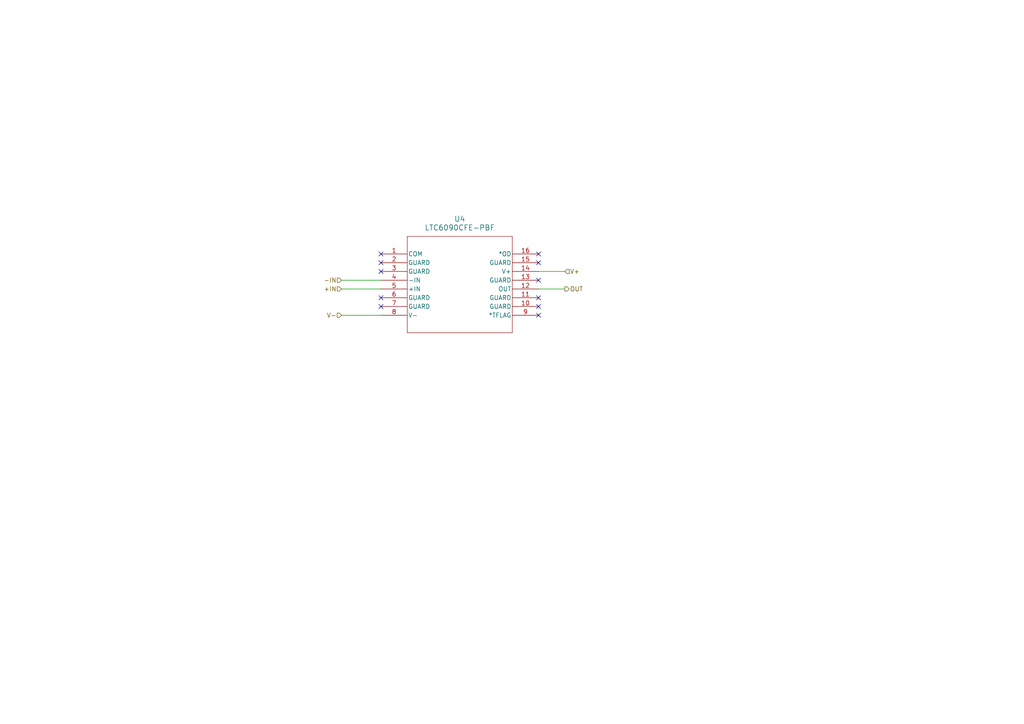
<source format=kicad_sch>
(kicad_sch (version 20231120) (generator "eeschema") (generator_version "8.0")
  (paper "A4")
  (lib_symbols
    (symbol "LTC6090CFE_PBF:LTC6090CFE-PBF" (pin_names (offset 0.254))
      (property "Reference" "U" (at 22.86 10.16 0))
      (property "Value" "LTC6090CFE-PBF" (at 22.86 7.62 0))
      (symbol "LTC6090CFE-PBF_0_1"
        (polyline (pts (xy 7.62 -22.86) (xy 38.1 -22.86)) (stroke (width 0.127)))
        (polyline (pts (xy 7.62 5.08) (xy 7.62 -22.86)) (stroke (width 0.127)))
        (polyline (pts (xy 38.1 -22.86) (xy 38.1 5.08)) (stroke (width 0.127)))
        (polyline (pts (xy 38.1 5.08) (xy 7.62 5.08)) (stroke (width 0.127)))
        (pin unspecified line (at 0 0 0) (length 7.62) (name "COM") (number "1"))
        (pin unspecified line (at 45.72 -15.24 180) (length 7.62) (name "GUARD") (number "10"))
        (pin unspecified line (at 45.72 -12.7 180) (length 7.62) (name "GUARD") (number "11"))
        (pin output line (at 45.72 -10.16 180) (length 7.62) (name "OUT") (number "12"))
        (pin unspecified line (at 45.72 -7.62 180) (length 7.62) (name "GUARD") (number "13"))
        (pin power_in line (at 45.72 -5.08 180) (length 7.62) (name "V+") (number "14"))
        (pin unspecified line (at 45.72 -2.54 180) (length 7.62) (name "GUARD") (number "15"))
        (pin output line (at 45.72 0 180) (length 7.62) (name "*OD") (number "16"))
        (pin unspecified line (at 0 -2.54 0) (length 7.62) (name "GUARD") (number "2"))
        (pin unspecified line (at 0 -5.08 0) (length 7.62) (name "GUARD") (number "3"))
        (pin input line (at 0 -7.62 0) (length 7.62) (name "-IN") (number "4"))
        (pin input line (at 0 -10.16 0) (length 7.62) (name "+IN") (number "5"))
        (pin unspecified line (at 0 -12.7 0) (length 7.62) (name "GUARD") (number "6"))
        (pin unspecified line (at 0 -15.24 0) (length 7.62) (name "GUARD") (number "7"))
        (pin power_in line (at 0 -17.78 0) (length 7.62) (name "V-") (number "8"))
        (pin output line (at 45.72 -17.78 180) (length 7.62) (name "*TFLAG") (number "9"))
      )
    )
  )
  (no_connect (at 110.49 73.66))
  (no_connect (at 110.49 78.74))
  (no_connect (at 110.49 88.9))
  (no_connect (at 156.21 88.9))
  (no_connect (at 156.21 73.66))
  (no_connect (at 156.21 91.44))
  (no_connect (at 156.21 86.36))
  (no_connect (at 110.49 86.36))
  (no_connect (at 156.21 81.28))
  (no_connect (at 110.49 76.2))
  (no_connect (at 156.21 76.2))
  (wire (pts (xy 99.06 81.28) (xy 110.49 81.28)))
  (wire (pts (xy 156.21 83.82) (xy 163.83 83.82)))
  (wire (pts (xy 99.06 91.44) (xy 110.49 91.44)))
  (wire (pts (xy 99.06 83.82) (xy 110.49 83.82)))
  (wire (pts (xy 156.21 78.74) (xy 163.83 78.74)))
  (hierarchical_label "V+" (shape input) (at 163.83 78.74 0))
  (hierarchical_label "+IN" (shape input) (at 99.06 83.82 180))
  (hierarchical_label "-IN" (shape input) (at 99.06 81.28 180))
  (hierarchical_label "V-" (shape input) (at 99.06 91.44 180))
  (hierarchical_label "OUT" (shape output) (at 163.83 83.82 0))
  (symbol (lib_id "LTC6090CFE_PBF:LTC6090CFE-PBF") (at 110.49 73.66 0) (unit 1)
    (property "Reference" "U4" (at 133.35 63.5 0) (effects (font (size 1.524 1.524))))
    (property "Value" "LTC6090CFE-PBF" (at 133.35 66.04 0) (effects (font (size 1.524 1.524))))
    (property "Footprint" "LTC6090CFE_PBF:TSSOP-16_FE&slash_BA_LIT" (effects (hide yes)))
    (property "Datasheet" "LTC6090CFE-PBF" (effects (hide yes)))
  )
)
</source>
